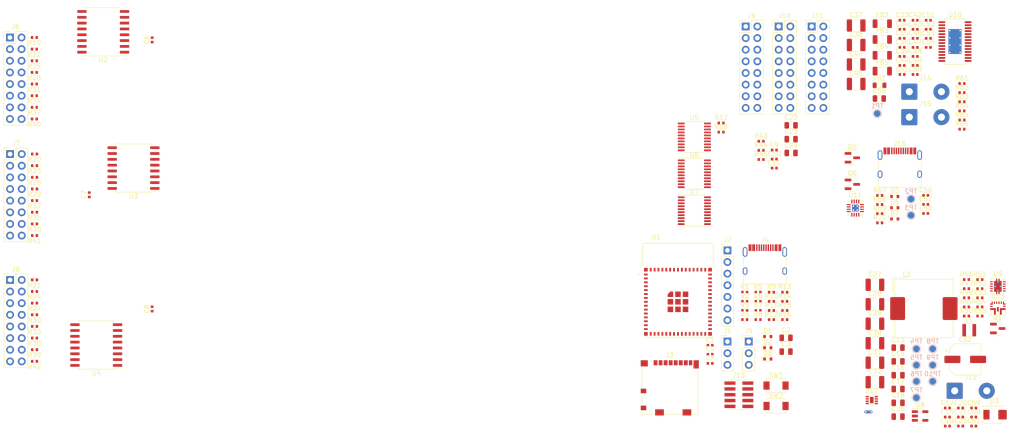
<source format=kicad_pcb>
(kicad_pcb (version 20221018) (generator pcbnew)
  (layers (0 "F.Cu" signal) (1 "In1.Cu" power "PWR.Cu") (2 "In2.Cu" power "GND.Cu") (31 "B.Cu" signal) (34 "B.Paste" user) (35 "F.Paste" user) (36 "B.SilkS" user "B.Silkscreen") (37 "F.SilkS" user "F.Silkscreen") (38 "B.Mask" user) (39 "F.Mask" user) (44 "Edge.Cuts" user))
  (net 0 "")
  (net 1 "VCC")
  (net 2 "GND")
  (net 3 "/MCU_~{RST}")
  (net 4 "Net-(U9-EN)")
  (net 5 "Net-(D3-K)")
  (net 6 "+BATT")
  (net 7 "VBUS")
  (net 8 "Net-(U13-VCC)")
  (net 9 "Net-(C21-Pad1)")
  (net 10 "Net-(U13-BST)")
  (net 11 "+12V")
  (net 12 "GNDPWR")
  (net 13 "Net-(U10-VR_DIG)")
  (net 14 "Net-(U10-AVDD)")
  (net 15 "/Audio/PVDD")
  (net 16 "Net-(U10-BST_A+)")
  (net 17 "Net-(U10-OUT_A+)")
  (net 18 "Net-(U10-BST_A-)")
  (net 19 "Net-(U10-OUT_A-)")
  (net 20 "Net-(U10-BST_B+)")
  (net 21 "Net-(U10-OUT_B+)")
  (net 22 "Net-(U10-BST_B-)")
  (net 23 "Net-(U10-OUT_B-)")
  (net 24 "Net-(J14-Pin_1)")
  (net 25 "Net-(J14-Pin_2)")
  (net 26 "Net-(J15-Pin_1)")
  (net 27 "Net-(J15-Pin_2)")
  (net 28 "Net-(C51-Pad2)")
  (net 29 "Net-(C52-Pad2)")
  (net 30 "Net-(C53-Pad2)")
  (net 31 "Net-(C54-Pad2)")
  (net 32 "Net-(U11-VIO)")
  (net 33 "Net-(U11-VDD5)")
  (net 34 "Net-(U11-V3)")
  (net 35 "Net-(U13-FB)")
  (net 36 "Net-(U13-COMP)")
  (net 37 "Net-(C60-Pad2)")
  (net 38 "/USB1_D-")
  (net 39 "/USB1_D+")
  (net 40 "/USB_UART/USB2_D-")
  (net 41 "/USB_UART/USB2_VBUS")
  (net 42 "/USB_UART/USB2_D+")
  (net 43 "/I2C1_SCL")
  (net 44 "/I2C1_SDA")
  (net 45 "/DISP_RST")
  (net 46 "/DISP_DC")
  (net 47 "/DISP_CS")
  (net 48 "/SPI2_CLK")
  (net 49 "/SPI2_MOSI")
  (net 50 "/SD_D2")
  (net 51 "/SD_D3")
  (net 52 "/SD_CMD")
  (net 53 "/SD_CLK")
  (net 54 "/SD_D0")
  (net 55 "/SD_D1")
  (net 56 "/SD_DET")
  (net 58 "Net-(J4-CC1)")
  (net 60 "Net-(J4-CC2)")
  (net 62 "/ENC_BTN")
  (net 63 "/ENC_B")
  (net 64 "Net-(J6-Pin_1)")
  (net 65 "Net-(J7-Pin_1)")
  (net 66 "Net-(J8-Pin_1)")
  (net 67 "/JTAG_TMS")
  (net 68 "/JTAG_TCK")
  (net 69 "/JTAG_TDO")
  (net 70 "/JTAG_TDI")
  (net 71 "Net-(J16-CC1)")
  (net 73 "Net-(J16-CC2)")
  (net 75 "Net-(U9-L1)")
  (net 76 "Net-(U9-L2)")
  (net 77 "Net-(Q5-E)")
  (net 78 "Net-(Q5-B)")
  (net 79 "Net-(Q6-E)")
  (net 80 "Net-(Q6-B)")
  (net 81 "/MCU_IO0")
  (net 82 "/ENC_A")
  (net 83 "/HBI_INT")
  (net 84 "/HBI_RST")
  (net 85 "Net-(U5-REXT)")
  (net 86 "Net-(U6-REXT)")
  (net 87 "Net-(U7-REXT)")
  (net 88 "/3V3_~{PSAVE}")
  (net 89 "Net-(U8-PROG)")
  (net 90 "/CHG_STAT")
  (net 91 "/BAT_~{ALERT}")
  (net 92 "/12V_EN")
  (net 93 "/CODEC_~{PDN}")
  (net 94 "Net-(U10-ADR{slash}~{FAULT})")
  (net 95 "Net-(U10-SDOUT)")
  (net 96 "/MCU_TXD")
  (net 97 "/MCU_RXD")
  (net 98 "/I2S1_BCLK")
  (net 99 "/I2S1_WS")
  (net 100 "/I2S1_DOUT")
  (net 109 "Net-(J6-Pin_10)")
  (net 110 "Net-(J7-Pin_10)")
  (net 111 "Net-(J8-Pin_10)")
  (net 112 "Net-(J9-Pin_2)")
  (net 113 "Net-(J9-Pin_4)")
  (net 114 "Net-(J9-Pin_6)")
  (net 115 "Net-(J9-Pin_8)")
  (net 116 "Net-(J9-Pin_10)")
  (net 117 "Net-(J9-Pin_12)")
  (net 118 "Net-(J9-Pin_14)")
  (net 119 "Net-(J9-Pin_16)")
  (net 120 "Net-(J10-Pin_2)")
  (net 121 "Net-(J10-Pin_4)")
  (net 122 "Net-(J10-Pin_6)")
  (net 123 "Net-(J10-Pin_8)")
  (net 124 "Net-(J10-Pin_10)")
  (net 125 "Net-(J10-Pin_12)")
  (net 126 "Net-(J10-Pin_14)")
  (net 127 "Net-(J10-Pin_16)")
  (net 128 "Net-(J11-Pin_2)")
  (net 129 "Net-(J11-Pin_4)")
  (net 130 "Net-(J11-Pin_6)")
  (net 131 "Net-(J11-Pin_8)")
  (net 132 "Net-(J11-Pin_10)")
  (net 133 "Net-(J11-Pin_12)")
  (net 134 "Net-(J11-Pin_14)")
  (net 135 "Net-(J11-Pin_16)")
  (net 136 "Net-(J6-Pin_2)")
  (net 137 "Net-(J6-Pin_4)")
  (net 138 "Net-(J6-Pin_6)")
  (net 139 "Net-(J6-Pin_8)")
  (net 140 "Net-(J6-Pin_12)")
  (net 141 "Net-(J6-Pin_14)")
  (net 142 "Net-(J6-Pin_16)")
  (net 143 "Net-(J7-Pin_2)")
  (net 144 "Net-(J7-Pin_4)")
  (net 145 "Net-(J7-Pin_6)")
  (net 146 "Net-(J7-Pin_8)")
  (net 147 "Net-(J7-Pin_12)")
  (net 148 "Net-(J7-Pin_14)")
  (net 149 "Net-(J7-Pin_16)")
  (net 150 "Net-(J8-Pin_2)")
  (net 151 "Net-(J8-Pin_4)")
  (net 152 "Net-(J8-Pin_6)")
  (net 153 "Net-(J8-Pin_8)")
  (net 154 "Net-(J8-Pin_12)")
  (net 155 "Net-(J8-Pin_14)")
  (net 156 "Net-(J8-Pin_16)")
  (footprint "Package_TO_SOT_SMD:SOT-23-5" (layer "F.Cu") (at 240.177 121.907)
    (fp_text reference "U8")
    (fp_text value "MCP73831T-2ACI/OT (4.2V)")
  )
  (footprint "Capacitor_SMD:C_0402_1005Metric" (layer "F.Cu") (at 208.382 63.887)
    (fp_text reference "C9")
    (fp_text value "100nF")
  )
  (footprint "Capacitor_SMD:C_0402_1005Metric" (layer "F.Cu") (at 58.933 73.645 90)
    (fp_text reference "C7")
    (fp_text value "100nF")
  )
  (footprint "Connector_PinHeader_1.27mm:PinHeader_2x05_P1.27mm_Vertical_SMD" (layer "F.Cu") (at 200.652 117.267)
    (fp_text reference "J13")
    (fp_text value "JTAG")
  )
  (footprint "Resistor_SMD:R_0402_1005Metric" (layer "F.Cu") (at 46.99 94.742 180)
    (fp_text reference "R24")
    (fp_text value "10kΩ")
  )
  (footprint "Inductor_SMD:L_1206_3216Metric" (layer "F.Cu") (at 231.932 46.667)
    (fp_text reference "FB5")
    (fp_text value "300Ω@100MHz, 3A")
  )
  (footprint "Resistor_SMD:R_0402_1005Metric" (layer "F.Cu") (at 253.217 98.117)
    (fp_text reference "R54")
    (fp_text value "10kΩ")
  )
  (footprint "Connector_Wire:SolderWire-0.75sqmm_1x02_P7mm_D1.25mm_OD3.5mm" (layer "F.Cu") (at 237.832 51.157)
    (fp_text reference "J14")
    (fp_text value "Speaker_L")
  )
  (footprint "Capacitor_SMD:C_1210_3225Metric" (layer "F.Cu") (at 230.327 101.777)
    (fp_text reference "C29")
    (fp_text value "22µF, low ESR")
  )
  (footprint "Capacitor_SMD:C_0805_2012Metric" (layer "F.Cu") (at 235.377 113.007)
    (fp_text reference "C16")
    (fp_text value "10µF")
  )
  (footprint "Capacitor_SMD:C_0402_1005Metric" (layer "F.Cu") (at 239.112 43.457)
    (fp_text reference "C48")
    (fp_text value "2.2nF")
  )
  (footprint "Resistor_SMD:R_0402_1005Metric" (layer "F.Cu") (at 201.932 94.907)
    (fp_text reference "R1")
    (fp_text value "10kΩ")
  )
  (footprint "Resistor_SMD:R_0402_1005Metric" (layer "F.Cu") (at 201.932 98.887)
    (fp_text reference "R3")
    (fp_text value "10kΩ")
  )
  (footprint "Capacitor_SMD:C_0402_1005Metric" (layer "F.Cu") (at 208.382 65.857)
    (fp_text reference "C10")
    (fp_text value "100nF")
  )
  (footprint "Resistor_SMD:R_0402_1005Metric" (layer "F.Cu") (at 207.752 100.877)
    (fp_text reference "R12")
    (fp_text value "10kΩ")
  )
  (footprint "Package_SO:TSSOP-20_4.4x6.5mm_P0.65mm" (layer "F.Cu") (at 190.932 69.067)
    (fp_text reference "U6")
    (fp_text value "TLC59108xPW")
  )
  (footprint "Resistor_SMD:R_0402_1005Metric" (layer "F.Cu") (at 46.995 79.995 180)
    (fp_text reference "R38")
    (fp_text value "10kΩ")
  )
  (footprint "Capacitor_SMD:C_0805_2012Metric" (layer "F.Cu") (at 235.377 119.027)
    (fp_text reference "C18")
    (fp_text value "4.7µF, 10V")
  )
  (footprint "Capacitor_SMD:C_0402_1005Metric" (layer "F.Cu") (at 72.644 98.552 90)
    (fp_text reference "C8")
    (fp_text value "100nF")
  )
  (footprint "Capacitor_SMD:C_0402_1005Metric" (layer "F.Cu") (at 249.007 120.167)
    (fp_text reference "C20")
    (fp_text value "1µF, 10V")
  )
  (footprint "Connector_PinHeader_2.54mm:PinHeader_2x08_P2.54mm_Vertical" (layer "F.Cu") (at 216.532 36.917)
    (fp_text reference "J11")
    (fp_text value "LEDS")
  )
  (footprint "Resistor_SMD:R_0402_1005Metric" (layer "F.Cu") (at 231.372 73.787)
    (fp_text reference "R67")
    (fp_text value "5.1kΩ")
  )
  (footprint "Inductor_SMD:L_0805_2012Metric" (layer "F.Cu") (at 231.332 49.767)
    (fp_text reference "FB1")
    (fp_text value "100Ω@100MHz, 3A")
  )
  (footprint "Resistor_SMD:R_0402_1005Metric" (layer "F.Cu") (at 231.372 77.767)
    (fp_text reference "R69")
    (fp_text value "10kΩ")
  )
  (footprint "Capacitor_SMD:C_0402_1005Metric" (layer "F.Cu") (at 194.372 106.477)
    (fp_text reference "C1")
    (fp_text value "1µF, 10V")
  )
  (footprint "Capacitor_SMD:C_0402_1005Metric" (layer "F.Cu") (at 236.242 45.427)
    (fp_text reference "C40")
    (fp_text value "220nF")
  )
  (footprint "Capacitor_SMD:C_0402_1005Metric" (layer "F.Cu") (at 249.007 122.137)
    (fp_text reference "C21")
    (fp_text value "100nF")
  )
  (footprint "Baer_Footprints:SW_ TS-1088-AR02016" (layer "F.Cu") (at 208.752 119.717)
    (fp_text reference "SW2")
    (fp_text value "PROG")
  )
  (footprint "Capacitor_SMD:C_0402_1005Metric" (layer "F.Cu") (at 246.137 120.167)
    (fp_text reference "C12")
    (fp_text value "100nF")
  )
  (footprint "Baer_Footprints:TDFN-8-1EP_MAXIM" (layer "F.Cu") (at 229.647 118.427)
    (fp_text reference "U12")
    (fp_text value "MAX17048G")
  )
  (footprint "Baer_Footprints:S54BF" (layer "F.Cu") (at 256.412 121.617)
    (fp_text reference "D3")
    (fp_text value "S54BF")
  )
  (footprint "Connector_Wire:SolderWire-0.75sqmm_1x02_P7mm_D1.25mm_OD3.5mm" (layer "F.Cu") (at 237.832 56.707)
    (fp_text reference "J15")
    (fp_text value "Speaker_R")
  )
  (footprint "Resistor_SMD:R_0402_1005Metric" (layer "F.Cu") (at 46.99 99.822 180)
    (fp_text reference "R30")
    (fp_text value "10kΩ")
  )
  (footprint "Resistor_SMD:R_0402_1005Metric" (layer "F.Cu") (at 253.217 94.137)
    (fp_text reference "R52")
    (fp_text value "10kΩ")
  )
  (footprint "Resistor_SMD:R_0402_1005Metric" (layer "F.Cu") (at 46.997 77.455 180)
    (fp_text reference "R35")
    (fp_text value "10kΩ")
  )
  (footprint "Capacitor_SMD:C_0402_1005Metric" (layer "F.Cu") (at 246.137 122.137)
    (fp_text reference "C15")
    (fp_text value "1µF, 10V")
  )
  (footprint "Capacitor_SMD:C_0805_2012Metric" (layer "F.Cu") (at 231.282 52.647)
    (fp_text reference "C55")
    (fp_text value "4.7µF, 10V")
  )
  (footprint "Package_SO:TSSOP-20_4.4x6.5mm_P0.65mm" (layer "F.Cu") (at 190.932 77.117)
    (fp_text reference "U7")
    (fp_text value "TLC59108xPW")
  )
  (footprint "NetTie:NetTie-2_THT_Pad0.3mm" (layer "F.Cu") (at 228.302 121.002)
    (fp_text reference "NT1" hide)
    (fp_text value "GNDs" hide)
  )
  (footprint "Connector_USB:USB_C_Receptacle_HRO_TYPE-C-31-M-12" (layer "F.Cu") (at 206.322 89.237)
    (fp_text reference "J4")
    (fp_text value "USB1")
  )
  (footprint "Package_SO:TSSOP-20_4.4x6.5mm_P0.65mm" (layer "F.Cu") (at 190.932 61.017)
    (fp_text reference "U5")
    (fp_text value "TLC59108xPW")
  )
  (footprint "Capacitor_SMD:C_1210_3225Metric" (layer "F.Cu") (at 230.327 106.027)
    (fp_text reference "C30")
    (fp_text value "22µF, low ESR")
  )
  (footprint "Resistor_SMD:R_0402_1005Metric" (layer "F.Cu") (at 46.995 69.835 180)
    (fp_text reference "R26")
    (fp_text value "10kΩ")
  )
  (footprint "Connector_PinHeader_2.54mm:PinHeader_1x03_P2.54mm_Vertical" (layer "F.Cu") (at 198.152 105.667)
    (fp_text reference "J1")
    (fp_text value "I2C")
  )
  (footprint "Resistor_SMD:R_0402_1005Metric" (layer "F.Cu") (at 46.951 54.573 180)
    (fp_text reference "R37")
    (fp_text value "10kΩ")
  )
  (footprint "Capacitor_SMD:C_0402_1005Metric" (layer "F.Cu") (at 208.382 67.827)
    (fp_text reference "C11")
    (fp_text value "100nF")
  )
  (footprint "Package_SO:HTSSOP-28-1EP_4.4x9.7mm_P0.65mm_EP2.85x5.4mm_ThermalVias" (layer "F.Cu") (at 247.792 40.217)
    (fp_text reference "U10")
    (fp_text value "TAS5805M")
  )
  (footprint "Connector_Card:microSD_HC_Molex_104031-0811" (layer "F.Cu") (at 185.572 115.742)
    (fp_text reference "J3")
    (fp_text value "Micro_SD_Card_Det1")
  )
  (footprint "Package_SO:SOIC-16W_7.5x10.3mm_P1.27mm" (layer "F.Cu") (at 60.452 106.426 180)
    (fp_text reference "U4")
    (fp_text value "PCF8574TS")
  )
  (footprint "Resistor_SMD:R_0402_1005Metric" (layer "F.Cu") (at 46.99 97.282 180)
    (fp_text reference "R27")
    (fp_text value "10kΩ")
  )
  (footprint "Capacitor_SMD:C_0402_1005Metric" (layer "F.Cu") (at 236.242 35.577)
    (fp_text reference "C33")
    (fp_text value "2.2nF")
  )
  (footprint "Resistor_SMD:R_0402_1005Metric" (layer "F.Cu") (at 207.752 96.897)
    (fp_text reference "R10")
    (fp_text value "10kΩ")
  )
  (footprint "Capacitor_SMD:C_1210_3225Metric" (layer "F.Cu") (at 230.327 93.277)
    (fp_text reference "C27")
    (fp_text value "22µF, low ESR")
  )
  (footprint "Capacitor_SMD:C_0402_1005Metric" (layer "F.Cu") (at 251.877 124.107)
    (fp_text reference "C61")
    (fp_text value "30pF")
  )
  (footprint "Package_DFN_QFN:QFN-16-1EP_3x3mm_P0.5mm_EP1.45x1.45mm_ThermalVias" (layer "F.Cu") (at 226.052 76.547)
    (fp_text reference "U11")
    (fp_text value "CH343P")
  )
  (footprint "Resistor_SMD:R_0402_1005Metric" (layer "F.Cu") (at 205.492 61.967)
    (fp_text reference "R43")
    (fp_text value "2kΩ")
  )
  (footprint "Resistor_SMD:R_0402_1005Metric" (layer "F.Cu") (at 210.662 100.877)
    (fp_text reference "R16")
    (fp_text value "10kΩ")
  )
  (footprint "Resistor_SMD:R_0402_1005Metric" (layer "F.Cu") (at 46.99 109.982 180)
    (fp_text reference "R42")
    (fp_text value "10kΩ")
  )
  (footprint "Capacitor_SMD:C_0402_1005Metric" (layer "F.Cu") (at 194.372 110.417)
    (fp_text reference "C5")
    (fp_text value "1µF, 10V")
  )
  (footprint "Resistor_SMD:R_0402_1005Metric" (layer "F.Cu") (at 46.99 92.202 180)
    (fp_text reference "R21")
    (fp_text value "10kΩ")
  )
  (footprint "Package_SO:SOIC-16W_7.5x10.3mm_P1.27mm" (layer "F.Cu") (at 68.58 67.818 180)
    (fp_text reference "U3")
    (fp_text value "PCF8574TS")
  )
  (footprint "Resistor_SMD:R_0402_1005Metric" (layer "F.Cu") (at 46.995 82.535 180)
    (fp_text reference "R41")
    (fp_text value "10kΩ")
  )
  (footprint "Capacitor_SMD:C_1210_3225Metric" (layer "F.Cu") (at 226.232 36.717)
    (fp_text reference "C37")
    (fp_text value "22µF, low ESR")
  )
  (footprint "Resistor_SMD:R_0402_1005Metric" (layer "F.Cu") (at 253.217 100.107)
    (fp_text reference "R55")
    (fp_text value "36.6kΩ")
  )
  (footprint "Resistor_SMD:R_0402_1005Metric" (layer "F.Cu") (at 207.752 94.907)
    (fp_text reference "R9")
    (fp_text value "10kΩ")
  )
  (footprint "Capacitor_SMD:C_0402_1005Metric" (layer "F.Cu") (at 246.137 124.107)
    (fp_text reference "C19")
    (fp_text value "100nF")
  )
  (footprint "Connector_PinHeader_2.54mm:PinHeader_2x08_P2.54mm_Vertical" (layer "F.Cu") (at 41.656 64.77)
    (fp_text reference "J7")
    (fp_text value "BUTTONS")
  )
  (footprint "Capacitor_SMD:C_0402_1005Metric" (layer "F.Cu") (at 241.402 73.777)
    (fp_text reference "C56")
    (fp_text value "100nF")
  )
  (footprint "Resistor_SMD:R_0402_1005Metric" (layer "F.Cu") (at 46.953 44.413 180)
    (fp_text reference "R25")
    (fp_text value "10kΩ")
  )
  (footprint "Capacitor_SMD:C_0402_1005Metric" (layer "F.Cu") (at 236.242 47.397)
    (fp_text reference "C41")
    (fp_text value "220nF")
  )
  (footprint "Resistor_SMD:R_0402_1005Metric" (layer "F.Cu") (at 250.307 92.147)
    (fp_text reference "R46")
    (fp_text value "10kΩ")
  )
  (footprint "Diode_SMD:D_SOD-523" (layer "F.Cu") (at 234.647 76.467)
    (fp_text reference "D6")
    (fp_text value "LESD5D5.0CT1G")
  )
  (footprint "Capacitor_SMD:C_0402_1005Metric" (layer "F.Cu") (at 241.982 35.577)
    (fp_text reference "C51")
    (fp_text value "2.2nF")
  )
  (footprint "Capacitor_SMD:C_0402_1005Metric" (layer "F.Cu") (at 241.982 39.517)
    (fp_text reference "C53")
    (fp_text value "2.2nF")
  )
  (footprint "Resistor_SMD:R_0402_1005Metric" (layer "F.Cu") (at 46.953 49.493 180)
    (fp_text reference "R31")
    (fp_text value "10kΩ")
  )
  (footprint "Inductor_SMD:L_1206_3216Metric" (layer "F.Cu") (at 231.932 39.767)
    (fp_text reference "FB3")
    (fp_text value "300Ω@100MHz, 3A")
  )
  (footprint "Resistor_SMD:R_0402_1005Metric" (layer "F.Cu") (at 46.953 39.333 180)
    (fp_text reference "R19")
    (fp_text value "10kΩ")
  )
  (footprint "Capacitor_SMD:C_0402_1005Metric" (layer "F.Cu") (at 236.242 41.487)
    (fp_text reference "C36")
    (fp_text value "100nF")
  )
  (footprint "Diode_SMD:D_SOD-523" (layer "F.Cu") (at 234.647 74.017)
    (fp_text reference "D5")
    (fp_text value "LESD5D5.0CT1G")
  )
  (footprint "Resistor_SMD:R_0402_1005Metric" (layer "F.Cu") (at 205.492 63.957)
    (fp_text reference "R44")
    (fp_text value "2kΩ")
  )
  (footprint "Connector_PinHeader_2.54mm:PinHeader_1x07_P2.54mm_Vertical" (layer "F.Cu") (at 198.152 85.767)
    (fp_text reference "J2")
    (fp_text value "DISPLAY")
  )
  (footprint "Capacitor_SMD:C_0402_1005Metric" (layer "F.Cu") (at 251.877 120.167)
    (fp_text reference "C59")
    (fp_text value "27pF")
  )
  (footprint "Capacitor_SMD:C_0805_2012Metric" (layer "F.Cu") (at 212.042 64.517)
    (fp_text reference "C24")
    (fp_text value "10µF")
  )
  (footprint "Resistor_SMD:R_0402_1005Metric" (layer "F.Cu") (at 253.217 96.127)
    (fp_text reference "R53")
    (fp_text value "190kΩ")
  )
  (footprint "Resistor_SMD:R_0402_1005Metric" (layer "F.Cu") (at 46.995 64.755 180)
    (fp_text reference "R20")
    (fp_text value "10kΩ")
  )
  (footprint "Capacitor_SMD:C_0402_1005Metric" (layer "F.Cu") (at 241.402 75.747)
    (fp_text reference "C57")
    (fp_text value "100nF")
  )
  (footprint "Capacitor_SMD:C_0805_2012Metric" (layer "F.Cu") (at 210.942 104.847)
    (fp_text reference "C2")
    (fp_text value "10µF")
  )
  (footprint "Resistor_SMD:R_0402_1005Metric" (layer "F.Cu") (at 46.995 74.915 180)
    (fp_text reference "R32")
    (fp_text value "10kΩ")
  )
  (footprint "Resistor_SMD:R_0402_1005Metric" (layer "F.Cu") (at 249.312 53.357)
    (fp_text reference "R63")
    (fp_text value "68Ω")
  )
  (footprint "Capacitor_SMD:C_0402_1005Metric" (layer "F.Cu") (at 241.982 41.487)
    (fp_text reference "C54")
    (fp_text value "2.2nF")
  )
  (footprint "Capacitor_SMD:C_1210_3225Metric" (layer "F.Cu") (at 226.232 45.217)
    (fp_text reference "C44")
    (fp_text value "22µF, low ESR")
  )
  (footprint "Capacitor_SMD:C_1210_3225Metric" (layer "F.Cu") (at 226.232 40.967)
    (fp_text reference "C38")
    (fp_text value "22µF, low ESR")
  )
  (footprint "Capacitor_SMD:C_0402_1005Metric" (layer "F.Cu") (at 194.372 108.447)
    (fp_text reference "C4")
    (fp_text value "1µF, 10V")
  )
  (footprint "Resistor_SMD:R_0402_1005Metric" (layer "F.Cu") (at 250.307 100.107)
    (fp_text reference "R50")
    (fp_text value "10kΩ")
  )
  (footprint "Resistor_SMD:R_0402_1005Metric" (layer "F.Cu") (at 46.995 72.375 180)
    (fp_text reference "R29")
    (fp_text value "10kΩ")
  )
  (footprint "Connector_PinHeader_2.54mm:PinHeader_1x03_P2.54mm_Vertical" (layer "F.Cu") (at 202.802 105.667)
    (fp_text reference "J5")
    (fp_text value "ENCODER")
  )
  (footprint "Resistor_SMD:R_0402_1005Metric" (layer "F.Cu") (at 207.752 98.887)
    (fp_text reference "R11")
    (fp_text value "10kΩ")
  )
  (footprint "Capacitor_SMD:C_0805_2012Metric" (layer "F.Cu") (at 235.377 109.997)
    (fp_text reference "C14")
    (fp_text value "10µF")
  )
  (footprint "Capacitor_SMD:C_0402_1005Metric" (layer "F.Cu") (at 239.112 37.547)
    (fp_text reference "C43")
    (fp_text value "100nF")
  )
  (footprint "Capacitor_SMD:C_1210_3225Metric" (layer "F.Cu") (at 230.327 97.527)
    (fp_text reference "C28")
    (fp_text value "22µF, low ESR")
  )
  (footprint "Baer_Footprints:L_Murata_LQH3NPN" (layer "F.Cu") (at 250.901 103.186)
    (fp_text reference "L1")
    (fp_text value "2.2µH")
  )
  (footprint "Resistor_SMD:R_0402_1005Metric" (layer "F.Cu") (at 249.312 57.337)
    (fp_text reference "R65")
    (fp_text value "68Ω")
  )
  (footprint "Connector_Wire:SolderWire-0.75sqmm_1x02_P7mm_D1.25mm_OD3.5mm" (layer "F.Cu") (at 247.727 116.407)
    (fp_text reference "J12")
    (fp_text value "Battery 1S Li-Ion")
  )
  (footprint "Connector_PinHeader_2.54mm:PinHeader_2x08_P2.54mm_Vertical" (layer "F.Cu") (at 209.332 36.917)
    (fp_text reference "J10")
    (fp_text value "LEDS")
  )
  (footprint "Package_DFN_QFN:Texas_VQFN-HR-20_3x2.5mm_P0.5mm_RQQ0011A" (layer "F.Cu") (at 257.147 98.372)
    (fp_text reference "U13")
    (fp_text value "TPS61288")
  )
  (footprint "Resistor_SMD:R_0402_1005Metric" (layer "F.Cu") (at 204.842 94.907)
    (fp_text reference "R5")
    (fp_text value "5.1kΩ")
  )
  (footprint "Capacitor_SMD:C_0805_2012Metric" (layer "F.Cu") (at 212.042 58.497)
    (fp_text reference "C22")
    (fp_text value "10µF")
  )
  (footprint "Capacitor_SMD:C_0805_2012Metric" (layer "F.Cu") (at 235.377 106.987)
    (fp_text reference "C13")
    (fp_text value "10µF")
  )
  (footprint "Resistor_SMD:R_0402_1005Metric" (layer "F.Cu") (at 46.99 107.442 180)
    (fp_text reference "R39")
    (fp_text value "10kΩ")
  )
  (footprint "Connector_PinHeader_2.54mm:PinHeader_2x08_P2.54mm_Vertical" (layer "F.Cu") (at 202.132 36.917)
    (fp_text reference "J9")
    (fp_text value "LEDS")
  )
  (footprint "Resistor_SMD:R_0402_1005Metric" (layer "F.Cu") (at 250.307 98.117)
    (fp_text reference "R49")
    (fp_text value "2kΩ")
  )
  (footprint "Capacitor_SMD:CP_Elec_6.3x5.9" (layer "F.Cu") (at 250.027 109.557)
    (fp_text reference "C62")
    (fp_text value "47µF")
  )
  (footprint "Connector_USB:USB_C_Receptacle_HRO_TYPE-C-31-M-12" (layer "F.Cu") (at 235.762 68.117)
    (fp_text reference "J16")
    (fp_text value "USB2_UART")
  )
  (footprint "Capacitor_SMD:C_0805_2012Metric" (layer "F.Cu") (at 235.377 116.017)
    (fp_text reference "C17")
    (fp_text value "4.7µF, 10V")
  )
  (footprint "Package_TO_SOT_SMD:SOT-23" (layer "F.Cu") (at 257.117 102.817)
    (fp_text reference "Q1")
    (fp_text value "DMG3415UQ-7")
  )
  (footprint "Resistor_SMD:R_0402_1005Metric" (layer "F.Cu") (at 46.951 52.033 180)
    (fp_text reference "R34")
    (fp_text value "10kΩ")
  )
  (footprint "Capacitor_SMD:C_1210_3225Metric" (layer "F.Cu") (at 230.327 110.277)
    (fp_text reference "C31")
    (fp_text value "22µF, low ESR")
  )
  (footprint "Resistor_SMD:R_0402_1005Metric" (layer "F.Cu") (at 46.99 104.902 180)
    (fp_text reference "R36")
    (fp_text value "10kΩ")
  )
  (footprint "Capacitor_SMD:C_0402_1005Metric" (layer "F.Cu") (at 241.982 37.547)
    (fp_text reference "C52")
    (fp_text value "2.2nF")
  )
  (footprint "Capacitor_SMD:C_0402_1005Metric" (layer "F.Cu") (at 239.112 35.577)
    (fp_text reference "C42")
    (fp_text value "220nF")
  )
  (footprint "Resistor_SMD:R_0402_1005Metric" (layer "F.Cu") (at 196.762 57.987)
    (fp_text reference "R17")
    (fp_text value "10kΩ")
  )
  (footprint "Resistor_SMD:R_0402_1005Metric" (layer "F.Cu") (at 204.842 96.897)
    (fp_text reference "R6")
    (fp_text value "5.1kΩ")
  )
  (footprint "Capacitor_SMD:C_0402_1005Metric" (layer "F.Cu") (at 236.242 43.457)
    (fp_text reference "C39")
    (fp_text value "220nF")
  )
  (footprint "Capacitor_SMD:C_1210_3225Metric" (layer "F.Cu") (at 226.232 49.467)
    (fp_text reference "C45")
    (fp_text value "22µF, low ESR")
  )
  (footprint "Resistor_SMD:R_0402_1005Metric" (layer "F.Cu") (at 250.307 94.137)
    (fp_text reference "R47")
    (fp_text value "100Ω")
  )
  (footprint "Capacitor_SMD:C_0402_1005Metric" (layer "F.Cu") (at 251.877 122.137)
    (fp_text reference "C60")
    (fp_text value "1nF")
  )
  (footprint "Connector_PinHeader_2.54mm:PinHeader_2x08_P2.54mm_Vertical" (layer "F.Cu") (at 41.656 92.217)
    (fp_text reference "J8")
    (fp_text value "BUTTONS")
  )
  (footprint "Capacitor_SMD:C_0402_1005Metric" (layer "F.Cu") (at 239.112 45.427)
    (fp_text reference "C49")
    (fp_text value "2.2nF")
  )
  (footprint "Resistor_SMD:R_0402_1005Metric" (layer "F.Cu") (at 196.762 59.977)
    (fp_text reference "R18")
    (fp_text value "10kΩ")
  )
  (footprint "Capacitor_SMD:C_0402_1005Metric" (layer "F.Cu") (at 239.112 41.487)
    (fp_text reference "C47")
    (fp_text value "2.2nF")
  )
  (footprint "Resistor_SMD:R_0402_1005Metric" (layer "F.Cu") (at 201.932 96.897)
    (fp_text reference "R2")
    (fp_text value "10kΩ")
  )
  (footprint "Baer_Footprints:XCVR_ESP32-S3-MINI-1-N8" (layer "F.Cu") (at 187.357 96.992)
    (fp_text reference "U1")
    (fp_text value "ESP32 S3 MINI")
  )
  (footprint "Capacitor_SMD:C_0805_2012Metric" (layer "F.Cu") (at 212.042 61.507)
    (fp_text reference "C23")
    (fp_text value "10µF")
  )
  (footprint "Diode_SMD:D_SOD-523" (layer "F.Cu") (at 234.647 78.917)
    (fp_text reference "D7")
    (fp_text value "LESD5D5.0CT1G")
  )
  (footprint "Resistor_SMD:R_0402_1005Metric" (layer "F.Cu") (at 201.932 100.877)
    (fp_text reference "R4")
    (fp_text value "10kΩ")
  )
  (footprint "Capacitor_SMD:C_1210_3225Metric" (layer "F.Cu") (at 230.327 114.527)
    (fp_text reference "C32")
    (fp_text value "22µF, low ESR")
  )
  (footprint "Package_SON:Texas_DRC0010J_ThermalVias" (layer "F.Cu") (at 257.147 93.627)
    (fp_text reference "U9")
    (fp_text value "TPS63001")
  )
  (footprint "Resistor_SMD:R_0402_1005Metric" (layer "F.Cu") (at 46.953 41.873 180)
    (fp_text reference "R22")
    (fp_text value "10kΩ")
  )
  (footprint "Resistor_SMD:R_0402_1005Metric" (layer "F.Cu") (at 46.951 57.113 180)
    (fp_text reference "R40")
    (fp_text value "10kΩ")
  )
  (footprint "Capacitor_SMD:C_0402_1005Metric" (layer "F.Cu") (at 72.644 39.85 90)
    (fp_text reference "C6")
    (fp_text value "100nF")
  )
  (footprint "Diode_SMD:D_SOD-523" (layer "F.Cu") (at 206.947 107.017)
    (fp_text reference "D2")
    (fp_text value "LESD5D5.0CT1G")
  )
  (footprint "Resistor_SMD:R_0402_1005Metric" (layer "F.Cu") (at 250.307 96.127)
    (fp_text reference "R48")
    (fp_text value "100kΩ")
  )
  (footprint "Resistor_SMD:R_0402_1005Metric" (layer "F.Cu") (at 204.842 100.877)
    (fp_text reference "R8")
    (fp_text value "10kΩ")
  )
  (footprint "Capacitor_SMD:C_0402_1005Metric" (layer "F.Cu") (at 236.242 37.547)
    (fp_text reference "C34")
    (fp_text value "1µF, 10V")
  )
  (footprint "Package_TO_SOT_SMD:SOT-23" (layer "F.Cu") (at 225.392 71.367)
    (fp_text reference "Q6")
    (fp_text value "S8050")
  )
  (footprint "Capacitor_SMD:C_0805_2012Metric" (layer "F.Cu") (at 235.377 122.037)
    (fp_text reference "C26")
    (fp_text value "10µF")
  )
  (footprint "Capacitor_SMD:C_0402_1005Metric" (layer "F.Cu") (at 241.402 77.717)
    (fp_text reference "C58")
    (fp_text value "100nF")
  )
  (footprint "Resistor_SMD:R_0402_1005Metric" (layer "F.Cu") (at 249.312 51.367)
    (fp_text reference "R62")
    (fp_text value "4.7kΩ")
  )
  (footprint "Inductor_SMD:L_1206_3216Metric" (layer "F.Cu") (at 231.932 43.217)
    (fp_text reference "FB4")
    (fp_text value "300Ω@100MHz, 3A")
  )
  (footprint "Resistor_SMD:R_0402_1005Metric" (layer "F.Cu") (at 249.312 49.377)
    (fp_text reference "R61")
    (fp_text value "10kΩ")
  )
  (footprint "Baer_Footprints:SW_ TS-1088-AR02016" (layer "F.Cu") (at 208.752 115.267)
    (fp_text reference "SW1")
    (fp_text value "RESET")
  )
  (footprint "Capacitor_SMD:C_0402_1005Metric" (layer "F.Cu") (at 239.112 47.397)
    (fp_text reference "C50")
    (fp_text value "100nF")
  )
  (footprint "Resistor_SMD:R_0402_1005Metric" (layer "F.Cu") (at 253.217 92.147)
    (fp_text reference "R51")
    (fp_text value "10kΩ")
  )
  (footprint "Baer_Footprints:L_TDK_SPM12565" (layer "F.Cu") (at 241.002 98.462)
    (fp_text reference "L2")
    (fp_text value "4.7uH, 14A")
  )
  (footprint "Capacitor_SMD:C_0402_1005Metric" (layer "F.Cu") (at 239.112 39.517)
    (fp_text reference "C46")
    (fp_text value "2.2nF")
  )
  (footprint "Resistor_SMD:R_0402_1005Metric" (layer "F.Cu") (at 210.662 94.907)
    (fp_text reference "R13")
    (fp_text value "10kΩ")
  )
  (footprint "Resistor_SMD:R_0402_1005Metric" (layer "F.Cu") (at 205.492 65.947)
    (fp_text reference "R45")
    (fp_text value "2kΩ")
  )
  (footprint "Package_SO:SOIC-16W_7.5x10.3mm_P1.27mm" (layer "F.Cu") (at 61.976 38.1 180)
    (fp_text reference "U2")
    (fp_text value "PCF8574TS")
  )
  (footprint "Resistor_SMD:R_0402_1005Metric" (layer "F.Cu") (at 46.953 46.953 180)
    (fp_text reference "R28")
    (fp_text value "10kΩ")
  )
  (footprint "Package_TO_SOT_SMD:SOT-23" (layer "F.Cu") (at 225.392 65.577)
    (fp_text reference "Q5")
    (fp_text value "S8050")
  )
  (footprint "Diode_SMD:D_SOD-523" (layer "F.Cu") (at 206.947 104.567)
    (fp_text reference "D1")
    (fp_text value "LESD5D5.0CT1G")
  )
  (footprint "Inductor_SMD:L_1206_3216Metric" (layer "F.Cu") (at 231.932 36.317)
    (fp_text reference "FB2")
    (fp_text value "300Ω@100MHz, 3A")
  )
  (footprint "Diode_SMD:D_SOD-523" (layer "F.Cu") (at 206.947 109.467)
    (fp_text reference "D8")
    (fp_text value "LESD5D5.0CT1G")
  )
  (footprint "Capacitor_SMD:C_0402_1005Metric" (layer "F.Cu") (at 249.007 124.107)
    (fp_text reference "C25")
    (fp_text value "100nF")
  )
  (footprint "Resistor_SMD:R_0402_1005Metric" (layer "F.Cu") (at 249.312 55.347)
    (fp_text reference "R64")
    (fp_text value "68Ω")
  )
  (footprint "Connector_PinHeader_2.54mm:PinHeader_2x08_P2.54mm_Vertical" (layer "F.Cu") (at 41.619 39.333)
    (fp_text reference "J6")
    (fp_text value "BUTTONS")
  )
  (footprint "Resistor_SMD:R_0402_1005Metric" (layer "F.Cu") (at 231.372 75.777)
    (fp_text reference "R68")
    (fp_text value "5.1kΩ")
  )
  (footprint "Resistor_SMD:R_0402_1005Metric" (layer "F.Cu") (at 249.312 59.327)
    (fp_text reference "R66")
    (fp_text value "68Ω")
  )
  (footprint "Resistor_SMD:R_0402_1005Metric" (layer "F.Cu") (at 210.662 98.887)
    (fp_text reference "R15")
    (fp_text value "10kΩ")
  )
  (footprint "Capacitor_SMD:C_0805_2012Metric" (layer "F.Cu") (at 210.942 107.857)
    (fp_text reference "C3")
    (fp_text value "10µF")
  )
  (footprint "Resistor_SMD:R_0402_1005Metric" (layer "F.Cu") (at 210.662 96.897)
    (fp_text reference "R14")
    (fp_text value "10kΩ")
  )
  (footprint "Resistor_SMD:R_0402_1005Metric" (layer "F.Cu") (at 231.372 79.757)
    (fp_text reference "R70")
    (fp_text value "10kΩ")
  )
  (footprint "Resistor_SMD:R_0402_1005Metric" (layer "F.Cu") (at 46.992 102.362 180)
    (fp_text reference "R33")
    (fp_text value "10kΩ")
  )
  (footprint "Resistor_SMD:R_0402_1005Metric" (layer "F.Cu") (at 204.842 98.887)
    (fp_text reference "R7")
    (fp_text value "10kΩ")
  )
  (footprint "Capacitor_SMD:C_0402_1005Metric" (layer "F.Cu") (at 236.242 39.517)
    (fp_text reference "C35")
    (fp_text value "1µF, 10V")
  )
  (footprint "Resistor_SMD:R_0402_1005Metric" (layer "F.Cu") (at 46.995 67.295 180)
    (fp_text reference "R23")
    (fp_text value "10kΩ")
  )
  (footprint "TestPoint:TestPoint_Pad_D1.5mm" (layer "B.Cu") (at 230.832 55.927 180)
    (fp_text reference "TP1")
    (fp_text value "SDOUT")
  )
  (footprint "TestPoint:TestPoint_Pad_D1.5mm" (layer "B.Cu") (at 239.377 114.357 180)
    (fp_text reference "TP6")
    (fp_text value "3V3_~{PSAVE}")
  )
  (footprint "TestPoint:TestPoint_Pad_D1.5mm" (layer "B.Cu") (at 239.377 117.907 180)
    (fp_text reference "TP7")
    (fp_text value "12V_EN")
  )
  (footprint "TestPoint:TestPoint_Pad_D1.5mm" (layer "B.Cu") (at 238.192 78.117 180)
    (fp_text reference "TP3")
    (fp_text value "TestPoint")
  )
  (footprint "TestPoint:TestPoint_Pad_D1.5mm" (layer "B.Cu") (at 242.927 107.257 180)
    (fp_text reference "TP8")
    (fp_text value "CHG_STAT")
  )
  (footprint "TestPoint:TestPoint_Pad_D1.5mm" (layer "B.Cu") (at 239.377 110.807 180)
    (fp_text reference "TP5")
    (fp_text value "VBAT")
  )
  (footprint "TestPoint:TestPoint_Pad_D1.5mm" (layer "B.Cu") (at 242.927 110.807 180)
    (fp_text reference "TP9")
    (fp_text value "BAT_~{ALRT}")
  )
  (footprint "TestPoint:TestPoint_Pad_D1.5mm" (layer "B.Cu") (at 238.192 74.567 180)
    (fp_text reference "TP2")
    (fp_text value "TestPoint")
  )
  (footprint "TestPoint:TestPoint_Pad_D1.5mm" (layer "B.Cu") (at 242.927 114.357 180)
    (fp_text reference "TP10")
    (fp_text value "+12V")
  )
  (footprint "TestPoint:TestPoint_Pad_D1.5mm" (layer "B.Cu") (at 239.377 107.257 180)
    (fp_text reference "TP4")
    (fp_text value "VCC")
  )
)
</source>
